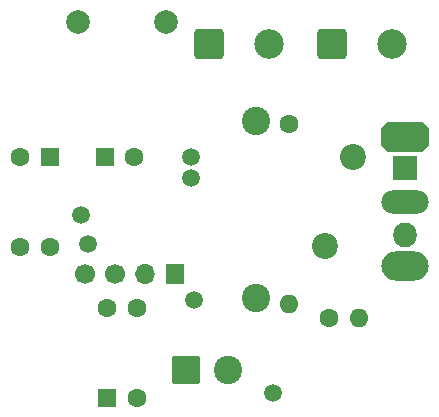
<source format=gbr>
%TF.GenerationSoftware,KiCad,Pcbnew,9.0.2-9.0.2-0~ubuntu24.04.1*%
%TF.CreationDate,2025-05-26T21:32:44+03:00*%
%TF.ProjectId,PCutSpeedCTRL,50437574-5370-4656-9564-4354524c2e6b,V01*%
%TF.SameCoordinates,PX5f5e100PY5f5e100*%
%TF.FileFunction,Soldermask,Top*%
%TF.FilePolarity,Negative*%
%FSLAX46Y46*%
G04 Gerber Fmt 4.6, Leading zero omitted, Abs format (unit mm)*
G04 Created by KiCad (PCBNEW 9.0.2-9.0.2-0~ubuntu24.04.1) date 2025-05-26 21:32:44*
%MOMM*%
%LPD*%
G01*
G04 APERTURE LIST*
G04 Aperture macros list*
%AMRoundRect*
0 Rectangle with rounded corners*
0 $1 Rounding radius*
0 $2 $3 $4 $5 $6 $7 $8 $9 X,Y pos of 4 corners*
0 Add a 4 corners polygon primitive as box body*
4,1,4,$2,$3,$4,$5,$6,$7,$8,$9,$2,$3,0*
0 Add four circle primitives for the rounded corners*
1,1,$1+$1,$2,$3*
1,1,$1+$1,$4,$5*
1,1,$1+$1,$6,$7*
1,1,$1+$1,$8,$9*
0 Add four rect primitives between the rounded corners*
20,1,$1+$1,$2,$3,$4,$5,0*
20,1,$1+$1,$4,$5,$6,$7,0*
20,1,$1+$1,$6,$7,$8,$9,0*
20,1,$1+$1,$8,$9,$2,$3,0*%
%AMOutline5P*
0 Free polygon, 5 corners , with rotation*
0 The origin of the aperture is its center*
0 number of corners: always 5*
0 $1 to $10 corner X, Y*
0 $11 Rotation angle, in degrees counterclockwise*
0 create outline with 5 corners*
4,1,5,$1,$2,$3,$4,$5,$6,$7,$8,$9,$10,$1,$2,$11*%
%AMOutline6P*
0 Free polygon, 6 corners , with rotation*
0 The origin of the aperture is its center*
0 number of corners: always 6*
0 $1 to $12 corner X, Y*
0 $13 Rotation angle, in degrees counterclockwise*
0 create outline with 6 corners*
4,1,6,$1,$2,$3,$4,$5,$6,$7,$8,$9,$10,$11,$12,$1,$2,$13*%
%AMOutline7P*
0 Free polygon, 7 corners , with rotation*
0 The origin of the aperture is its center*
0 number of corners: always 7*
0 $1 to $14 corner X, Y*
0 $15 Rotation angle, in degrees counterclockwise*
0 create outline with 7 corners*
4,1,7,$1,$2,$3,$4,$5,$6,$7,$8,$9,$10,$11,$12,$13,$14,$1,$2,$15*%
%AMOutline8P*
0 Free polygon, 8 corners , with rotation*
0 The origin of the aperture is its center*
0 number of corners: always 8*
0 $1 to $16 corner X, Y*
0 $17 Rotation angle, in degrees counterclockwise*
0 create outline with 8 corners*
4,1,8,$1,$2,$3,$4,$5,$6,$7,$8,$9,$10,$11,$12,$13,$14,$15,$16,$1,$2,$17*%
G04 Aperture macros list end*
%ADD10RoundRect,0.250000X-0.550000X0.550000X-0.550000X-0.550000X0.550000X-0.550000X0.550000X0.550000X0*%
%ADD11C,1.600000*%
%ADD12Outline8P,-1.250000X1.500000X-0.750000X2.000000X0.750000X2.000000X1.250000X1.500000X1.250000X-1.500000X0.750000X-2.000000X-0.750000X-2.000000X-1.250000X-1.500000X270.000000*%
%ADD13R,2.000000X2.100000*%
%ADD14O,4.000000X2.000000*%
%ADD15O,2.000000X2.100000*%
%ADD16O,4.000000X2.500000*%
%ADD17C,2.200000*%
%ADD18R,1.600000X1.700000*%
%ADD19O,1.700000X1.700000*%
%ADD20C,1.700000*%
%ADD21RoundRect,0.250000X0.550000X-0.550000X0.550000X0.550000X-0.550000X0.550000X-0.550000X-0.550000X0*%
%ADD22RoundRect,0.250001X-0.949999X-0.949999X0.949999X-0.949999X0.949999X0.949999X-0.949999X0.949999X0*%
%ADD23C,2.400000*%
%ADD24RoundRect,0.250000X-1.000000X-1.000000X1.000000X-1.000000X1.000000X1.000000X-1.000000X1.000000X0*%
%ADD25C,2.500000*%
%ADD26O,1.600000X1.600000*%
%ADD27R,1.600000X1.600000*%
%ADD28C,2.000000*%
%ADD29C,1.500000*%
G04 APERTURE END LIST*
D10*
%TO.C,U1*%
X-17460000Y3800000D03*
D11*
X-20000000Y3800000D03*
X-20000000Y-3820000D03*
X-17460000Y-3820000D03*
%TD*%
D12*
%TO.C,Q1*%
X12600000Y5450000D03*
D13*
X12600000Y2840000D03*
D14*
X12600000Y0D03*
D15*
X12600000Y-2840000D03*
D16*
X12600000Y-5450000D03*
%TD*%
D17*
%TO.C,RV1*%
X5800000Y-3750000D03*
X8200000Y3750000D03*
%TD*%
D18*
%TO.C,J3*%
X-6860000Y-6100000D03*
D19*
X-9400000Y-6100000D03*
D20*
X-11940000Y-6100000D03*
X-14480000Y-6100000D03*
%TD*%
D21*
%TO.C,U2*%
X-12600000Y-16600000D03*
D11*
X-10060000Y-16600000D03*
X-10060000Y-8980000D03*
X-12600000Y-8980000D03*
%TD*%
D22*
%TO.C,J4*%
X-5900000Y-14300000D03*
D23*
X-2400000Y-14300000D03*
%TD*%
D24*
%TO.C,J1*%
X-4000000Y13332500D03*
D25*
X1080000Y13332500D03*
%TD*%
D11*
%TO.C,R1*%
X2800000Y6600000D03*
D26*
X2800000Y-8640000D03*
%TD*%
D23*
%TO.C,C3*%
X0Y6800000D03*
X0Y-8200000D03*
%TD*%
D27*
%TO.C,C2*%
X-12800000Y3800000D03*
D11*
X-10300000Y3800000D03*
%TD*%
%TO.C,R2*%
X6200000Y-9900000D03*
D26*
X8740000Y-9900000D03*
%TD*%
D24*
%TO.C,J2*%
X6400000Y13332500D03*
D25*
X11480000Y13332500D03*
%TD*%
D28*
%TO.C,C1*%
X-7600000Y15200000D03*
X-15100000Y15200000D03*
%TD*%
D29*
X-5500000Y3800000D03*
X-14800000Y-1100000D03*
X-5535000Y1989849D03*
X-14200000Y-3600000D03*
X-5294546Y-8305453D03*
X1400000Y-16200000D03*
M02*

</source>
